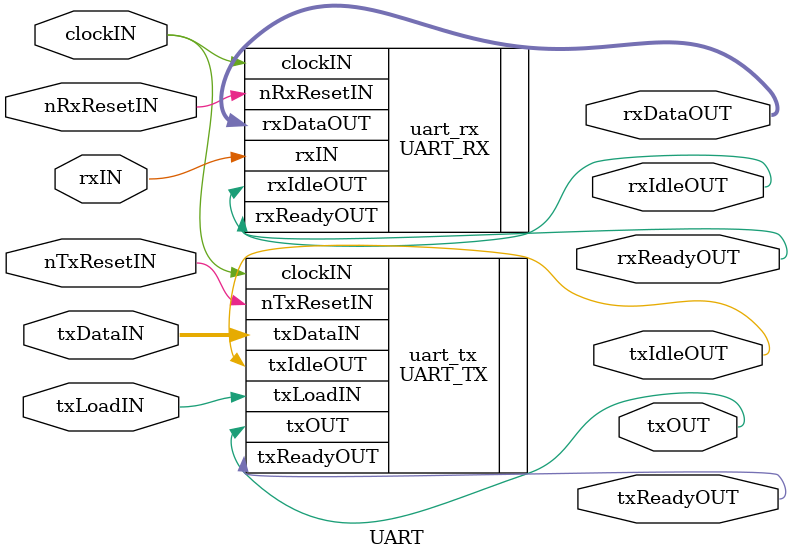
<source format=v>
module UART #
(
	parameter CLOCK_FREQUENCY = 50_000_000,
	parameter BAUD_RATE       = 9600
)
(
	input  clockIN,
	
	input  nTxResetIN,
	input  [7:0] txDataIN,
	input  txLoadIN,
	output wire txIdleOUT,
	output wire txReadyOUT,
	output wire txOUT,
	
	input  nRxResetIN,
	input  rxIN, 
	output wire rxIdleOUT,
	output wire rxReadyOUT,
	output wire [7:0] rxDataOUT
);

defparam  uart_tx.CLOCK_FREQUENCY = CLOCK_FREQUENCY;
defparam  uart_tx.BAUD_RATE       = BAUD_RATE;
UART_TX uart_tx
(
	.clockIN(clockIN),
	.nTxResetIN(nTxResetIN),
	.txDataIN(txDataIN),
	.txLoadIN(txLoadIN),
	.txIdleOUT(txIdleOUT),
	.txReadyOUT(txReadyOUT),
	.txOUT(txOUT)
);

defparam  uart_rx.CLOCK_FREQUENCY = CLOCK_FREQUENCY;
defparam  uart_rx.BAUD_RATE       = BAUD_RATE;
UART_RX uart_rx
(
	.clockIN(clockIN),
	.nRxResetIN(nRxResetIN),
	.rxIN(rxIN), 
	.rxIdleOUT(rxIdleOUT),
	.rxReadyOUT(rxReadyOUT),
	.rxDataOUT(rxDataOUT)
);

endmodule
</source>
